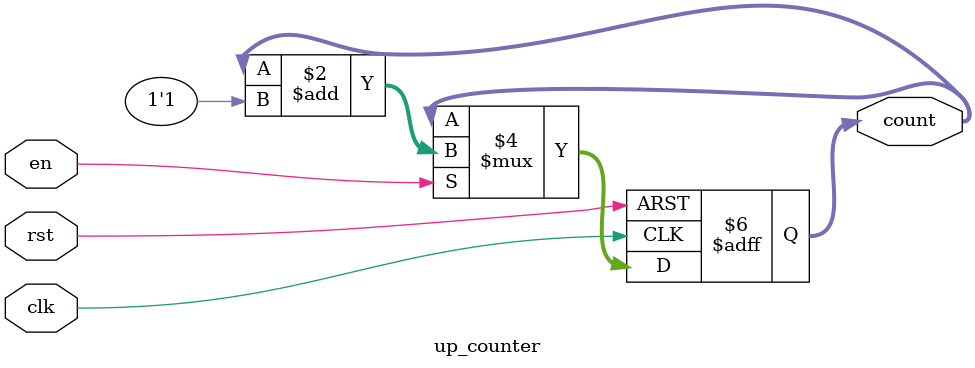
<source format=v>
module up_counter #(
	parameter WIDTH = 4
)(
	input wire clk, rst, en,
	output reg [WIDTH-1:0] count
);
always @(posedge clk or posedge rst) begin
	if(rst)
		count <= {WIDTH{1'b0}};
	else if(en)
		count <= count + 1'b1;
	else 
		count <= count;
end 
endmodule

</source>
